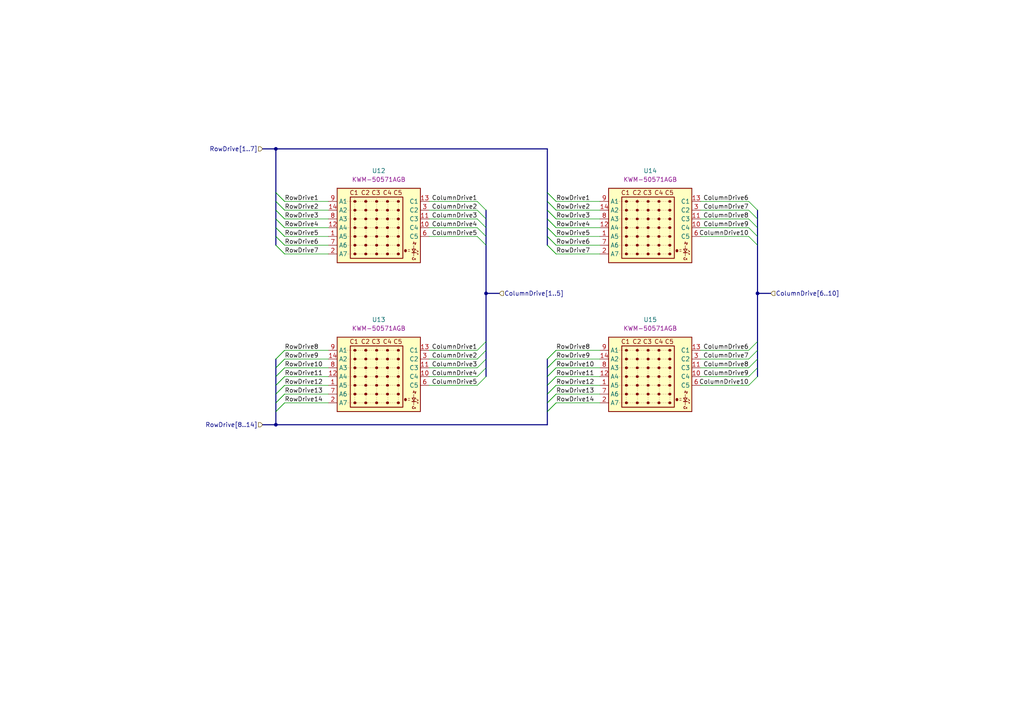
<source format=kicad_sch>
(kicad_sch (version 20231120) (generator "eeschema") (generator_version "8.0")
  (paper "A4")
  (title_block (title "LED Panel Board") (date "28.01.2025") (rev "1.0.0"))
  (lib_symbols
    (symbol "antmicroModules:LED_Matrix_KWM-50571AGB"
      (property "Reference" "U" (at 43.18 -2.54 0))
      (property "MPN" "KWM-50571AGB" (at 43.18 -5.08 0))
      (symbol "LED_Matrix_KWM-50571AGB_1_1"
        (polyline (pts (xy 5.08 0) (xy 20.32 0)) (stroke (width 0.127) (type dot)) (fill (type background)))
        (polyline (pts (xy 5.715 -15.24) (xy 20.32 -15.24)) (stroke (width 0.127) (type dot)) (fill (type background)))
        (polyline (pts (xy 5.715 -12.7) (xy 20.32 -12.7)) (stroke (width 0.127) (type dot)) (fill (type background)))
        (polyline (pts (xy 5.715 -10.16) (xy 20.32 -10.16)) (stroke (width 0.127) (type dot)) (fill (type background)))
        (polyline (pts (xy 5.715 -7.62) (xy 20.32 -7.62)) (stroke (width 0.127) (type dot)) (fill (type background)))
        (polyline (pts (xy 5.715 -5.08) (xy 20.32 -5.08)) (stroke (width 0.127) (type dot)) (fill (type background)))
        (polyline (pts (xy 5.715 -2.54) (xy 20.32 -2.54)) (stroke (width 0.127) (type dot)) (fill (type background)))
        (polyline (pts (xy 7.62 -15.24) (xy 7.62 1.778)) (stroke (width 0.127) (type dot)) (fill (type background)))
        (polyline (pts (xy 7.62 -15.24) (xy 21.59 -15.24)) (stroke (width 0.7493) (type dot)) (fill (type background)))
        (polyline (pts (xy 7.62 -12.7) (xy 21.59 -12.7)) (stroke (width 0.7493) (type dot)) (fill (type background)))
        (polyline (pts (xy 7.62 -10.16) (xy 21.59 -10.16)) (stroke (width 0.7493) (type dot)) (fill (type background)))
        (polyline (pts (xy 7.62 -7.62) (xy 21.59 -7.62)) (stroke (width 0.7493) (type dot)) (fill (type background)))
        (polyline (pts (xy 7.62 -5.08) (xy 21.59 -5.08)) (stroke (width 0.7493) (type dot)) (fill (type background)))
        (polyline (pts (xy 7.62 -2.54) (xy 21.59 -2.54)) (stroke (width 0.7493) (type dot)) (fill (type background)))
        (polyline (pts (xy 7.62 0) (xy 21.59 0)) (stroke (width 0.7493) (type dot)) (fill (type background)))
        (polyline (pts (xy 10.922 -15.494) (xy 10.922 1.016)) (stroke (width 0.127) (type dot)) (fill (type background)))
        (polyline (pts (xy 13.97 -15.24) (xy 13.97 1.27)) (stroke (width 0.127) (type dot)) (fill (type background)))
        (polyline (pts (xy 17.272 -15.24) (xy 17.272 1.27)) (stroke (width 0.127) (type dot)) (fill (type background)))
        (polyline (pts (xy 20.32 -15.24) (xy 20.32 1.27)) (stroke (width 0.127) (type dot)) (fill (type background)))
        (polyline (pts (xy 22.352 -14.224) (xy 22.352 -14.732)) (stroke (width 0.762) (type dot)) (fill (type background)))
        (polyline (pts (xy 23.114 -14.478) (xy 23.622 -14.478)) (stroke (width 0.127)) (fill (type background)))
        (polyline (pts (xy 23.114 -13.97) (xy 23.622 -13.97)) (stroke (width 0.127)) (fill (type background)))
        (polyline (pts (xy 24.765 -14.605) (xy 24.765 -15.875)) (stroke (width 0.127)) (fill (type background)))
        (polyline (pts (xy 24.765 -12.827) (xy 24.765 -13.843)) (stroke (width 0.127)) (fill (type background)))
        (polyline (pts (xy 25.273 -14.859) (xy 24.257 -14.859)) (stroke (width 0.254)) (fill (type background)))
        (polyline (pts (xy 25.273 -13.843) (xy 24.257 -13.843) (xy 24.765 -14.605) (xy 25.273 -13.843)) (stroke (width 0.2032)) (fill (type background)))
        (polyline (pts (xy 26.035 -15.367) (xy 25.781 -15.367) (xy 26.035 -15.367) (xy 26.035 -15.113) (xy 26.035 -15.367) (xy 25.527 -14.859)) (stroke (width 0.127)) (fill (type background)))
        (polyline (pts (xy 26.035 -14.605) (xy 25.781 -14.605) (xy 26.035 -14.605) (xy 26.035 -14.351) (xy 26.035 -14.605) (xy 25.527 -14.097)) (stroke (width 0.127)) (fill (type background)))
        (rectangle (start 2.54 3.81) (end 26.67 -17.78) (stroke (width 0.254)) (fill (type background)))
        (rectangle (start 6.35 1.27) (end 21.59 -16.51) (stroke (width 0.254)) (fill (type background)))
        (text "Ay" (at 24.384 -12.446 0) (effects (font (size 0.635 0.635)) (justify left bottom)))
        (text "C1" (at 6.096 1.778 0) (effects (font (size 1.27 1.27)) (justify left bottom)))
        (text "C2" (at 9.398 1.778 0) (effects (font (size 1.27 1.27)) (justify left bottom)))
        (text "C3" (at 12.446 1.778 0) (effects (font (size 1.27 1.27)) (justify left bottom)))
        (text "C4" (at 15.748 1.778 0) (effects (font (size 1.27 1.27)) (justify left bottom)))
        (text "C5" (at 18.796 1.778 0) (effects (font (size 1.27 1.27)) (justify left bottom)))
        (text "Cx" (at 24.13 -17.018 0) (effects (font (size 0.635 0.635)) (justify left bottom)))
        (pin passive line (at 0 -10.16 0) (length 2.54) (name "A5") (number "1"))
        (pin passive line (at 29.21 -7.62 180) (length 2.54) (name "C4") (number "10"))
        (pin passive line (at 29.21 -5.08 180) (length 2.54) (name "C3") (number "11"))
        (pin passive line (at 0 -7.62 0) (length 2.54) (name "A4") (number "12"))
        (pin passive line (at 29.21 0 180) (length 2.54) (name "C1") (number "13"))
        (pin passive line (at 0 -2.54 0) (length 2.54) (name "A2") (number "14"))
        (pin passive line (at 0 -15.24 0) (length 2.54) (name "A7") (number "2"))
        (pin passive line (at 29.21 -2.54 180) (length 2.54) (name "C2") (number "3"))
        (pin passive line (at 29.21 -5.08 180) (length 2.54) hide (name "C3") (number "4"))
        (pin passive line (at 0 -7.62 0) (length 2.54) hide (name "A4") (number "5"))
        (pin passive line (at 29.21 -10.16 180) (length 2.54) (name "C5") (number "6"))
        (pin passive line (at 0 -12.7 0) (length 2.54) (name "A6") (number "7"))
        (pin passive line (at 0 -5.08 0) (length 2.54) (name "A3") (number "8"))
        (pin passive line (at 0 0 0) (length 2.54) (name "A1") (number "9"))
      )
    )
  )
  (junction (at 80.01 123.19))
  (junction (at 140.97 85.09))
  (junction (at 80.01 43.18))
  (junction (at 219.71 85.09))
  (bus_entry (at 80.01 60.96) (size 2.54 2.54))
  (bus_entry (at 80.01 106.68) (size 2.54 -2.54))
  (bus_entry (at 80.01 116.84) (size 2.54 -2.54))
  (bus_entry (at 80.01 68.58) (size 2.54 2.54))
  (bus_entry (at 158.75 71.12) (size 2.54 2.54))
  (bus_entry (at 219.71 109.22) (size -2.54 2.54))
  (bus_entry (at 158.75 119.38) (size 2.54 -2.54))
  (bus_entry (at 80.01 71.12) (size 2.54 2.54))
  (bus_entry (at 80.01 104.14) (size 2.54 -2.54))
  (bus_entry (at 219.71 60.96) (size -2.54 -2.54))
  (bus_entry (at 219.71 63.5) (size -2.54 -2.54))
  (bus_entry (at 80.01 104.14) (size 2.54 -2.54))
  (bus_entry (at 219.71 99.06) (size -2.54 2.54))
  (bus_entry (at 140.97 109.22) (size -2.54 2.54))
  (bus_entry (at 80.01 119.38) (size 2.54 -2.54))
  (bus_entry (at 80.01 119.38) (size 2.54 -2.54))
  (bus_entry (at 140.97 66.04) (size -2.54 -2.54))
  (bus_entry (at 80.01 109.22) (size 2.54 -2.54))
  (bus_entry (at 80.01 106.68) (size 2.54 -2.54))
  (bus_entry (at 80.01 68.58) (size 2.54 2.54))
  (bus_entry (at 219.71 106.68) (size -2.54 2.54))
  (bus_entry (at 219.71 104.14) (size -2.54 2.54))
  (bus_entry (at 80.01 66.04) (size 2.54 2.54))
  (bus_entry (at 80.01 111.76) (size 2.54 -2.54))
  (bus_entry (at 158.75 116.84) (size 2.54 -2.54))
  (bus_entry (at 158.75 111.76) (size 2.54 -2.54))
  (bus_entry (at 158.75 55.88) (size 2.54 2.54))
  (bus_entry (at 158.75 106.68) (size 2.54 -2.54))
  (bus_entry (at 158.75 58.42) (size 2.54 2.54))
  (bus_entry (at 158.75 66.04) (size 2.54 2.54))
  (bus_entry (at 219.71 68.58) (size -2.54 -2.54))
  (bus_entry (at 158.75 71.12) (size 2.54 2.54))
  (bus_entry (at 80.01 66.04) (size 2.54 2.54))
  (bus_entry (at 80.01 60.96) (size 2.54 2.54))
  (bus_entry (at 140.97 63.5) (size -2.54 -2.54))
  (bus_entry (at 80.01 114.3) (size 2.54 -2.54))
  (bus_entry (at 80.01 63.5) (size 2.54 2.54))
  (bus_entry (at 158.75 116.84) (size 2.54 -2.54))
  (bus_entry (at 158.75 63.5) (size 2.54 2.54))
  (bus_entry (at 158.75 55.88) (size 2.54 2.54))
  (bus_entry (at 80.01 114.3) (size 2.54 -2.54))
  (bus_entry (at 158.75 104.14) (size 2.54 -2.54))
  (bus_entry (at 158.75 60.96) (size 2.54 2.54))
  (bus_entry (at 158.75 106.68) (size 2.54 -2.54))
  (bus_entry (at 80.01 58.42) (size 2.54 2.54))
  (bus_entry (at 158.75 68.58) (size 2.54 2.54))
  (bus_entry (at 140.97 99.06) (size -2.54 2.54))
  (bus_entry (at 80.01 63.5) (size 2.54 2.54))
  (bus_entry (at 219.71 101.6) (size -2.54 2.54))
  (bus_entry (at 80.01 111.76) (size 2.54 -2.54))
  (bus_entry (at 140.97 71.12) (size -2.54 -2.54))
  (bus_entry (at 158.75 63.5) (size 2.54 2.54))
  (bus_entry (at 158.75 111.76) (size 2.54 -2.54))
  (bus_entry (at 80.01 116.84) (size 2.54 -2.54))
  (bus_entry (at 80.01 71.12) (size 2.54 2.54))
  (bus_entry (at 158.75 114.3) (size 2.54 -2.54))
  (bus_entry (at 140.97 60.96) (size -2.54 -2.54))
  (bus_entry (at 80.01 55.88) (size 2.54 2.54))
  (bus_entry (at 158.75 109.22) (size 2.54 -2.54))
  (bus_entry (at 219.71 71.12) (size -2.54 -2.54))
  (bus_entry (at 158.75 109.22) (size 2.54 -2.54))
  (bus_entry (at 158.75 60.96) (size 2.54 2.54))
  (bus_entry (at 140.97 101.6) (size -2.54 2.54))
  (bus_entry (at 140.97 68.58) (size -2.54 -2.54))
  (bus_entry (at 158.75 114.3) (size 2.54 -2.54))
  (bus_entry (at 219.71 66.04) (size -2.54 -2.54))
  (bus_entry (at 80.01 109.22) (size 2.54 -2.54))
  (bus_entry (at 140.97 106.68) (size -2.54 2.54))
  (bus_entry (at 80.01 55.88) (size 2.54 2.54))
  (bus_entry (at 158.75 58.42) (size 2.54 2.54))
  (bus_entry (at 158.75 66.04) (size 2.54 2.54))
  (bus_entry (at 158.75 104.14) (size 2.54 -2.54))
  (bus_entry (at 140.97 104.14) (size -2.54 2.54))
  (bus_entry (at 158.75 119.38) (size 2.54 -2.54))
  (bus_entry (at 80.01 58.42) (size 2.54 2.54))
  (bus_entry (at 158.75 68.58) (size 2.54 2.54))
  (bus (pts (xy 158.75 109.22) (xy 158.75 106.68)))
  (wire (pts (xy 173.99 104.14) (xy 161.29 104.14)))
  (bus (pts (xy 140.97 106.68) (xy 140.97 109.22)))
  (wire (pts (xy 95.25 114.3) (xy 82.55 114.3)))
  (wire (pts (xy 95.25 66.04) (xy 82.55 66.04)))
  (wire (pts (xy 217.17 111.76) (xy 203.2 111.76)))
  (bus (pts (xy 80.01 123.19) (xy 158.75 123.19)))
  (wire (pts (xy 95.25 104.14) (xy 82.55 104.14)))
  (bus (pts (xy 219.71 71.12) (xy 219.71 68.58)))
  (wire (pts (xy 95.25 68.58) (xy 82.55 68.58)))
  (wire (pts (xy 173.99 114.3) (xy 161.29 114.3)))
  (bus (pts (xy 158.75 68.58) (xy 158.75 66.04)))
  (wire (pts (xy 138.43 111.76) (xy 124.46 111.76)))
  (bus (pts (xy 140.97 104.14) (xy 140.97 106.68)))
  (bus (pts (xy 219.71 68.58) (xy 219.71 66.04)))
  (wire (pts (xy 95.25 116.84) (xy 82.55 116.84)))
  (wire (pts (xy 138.43 63.5) (xy 124.46 63.5)))
  (wire (pts (xy 95.25 71.12) (xy 82.55 71.12)))
  (wire (pts (xy 217.17 109.22) (xy 203.2 109.22)))
  (wire (pts (xy 173.99 111.76) (xy 161.29 111.76)))
  (bus (pts (xy 80.01 106.68) (xy 80.01 104.14)))
  (wire (pts (xy 173.99 106.68) (xy 161.29 106.68)))
  (bus (pts (xy 80.01 58.42) (xy 80.01 60.96)))
  (bus (pts (xy 80.01 109.22) (xy 80.01 106.68)))
  (bus (pts (xy 76.2 43.18) (xy 80.01 43.18)))
  (bus (pts (xy 219.71 104.14) (xy 219.71 106.68)))
  (bus (pts (xy 140.97 71.12) (xy 140.97 85.09)))
  (bus (pts (xy 80.01 68.58) (xy 80.01 66.04)))
  (bus (pts (xy 80.01 114.3) (xy 80.01 111.76)))
  (bus (pts (xy 158.75 106.68) (xy 158.75 104.14)))
  (bus (pts (xy 80.01 116.84) (xy 80.01 114.3)))
  (wire (pts (xy 217.17 63.5) (xy 203.2 63.5)))
  (bus (pts (xy 219.71 101.6) (xy 219.71 104.14)))
  (bus (pts (xy 219.71 99.06) (xy 219.71 101.6)))
  (wire (pts (xy 217.17 101.6) (xy 203.2 101.6)))
  (wire (pts (xy 173.99 109.22) (xy 161.29 109.22)))
  (bus (pts (xy 158.75 114.3) (xy 158.75 111.76)))
  (bus (pts (xy 80.01 43.18) (xy 80.01 55.88)))
  (bus (pts (xy 140.97 68.58) (xy 140.97 66.04)))
  (bus (pts (xy 80.01 43.18) (xy 158.75 43.18)))
  (wire (pts (xy 173.99 116.84) (xy 161.29 116.84)))
  (bus (pts (xy 140.97 99.06) (xy 140.97 101.6)))
  (bus (pts (xy 80.01 66.04) (xy 80.01 63.5)))
  (bus (pts (xy 80.01 119.38) (xy 80.01 123.19)))
  (wire (pts (xy 173.99 71.12) (xy 161.29 71.12)))
  (bus (pts (xy 158.75 71.12) (xy 158.75 68.58)))
  (bus (pts (xy 158.75 43.18) (xy 158.75 55.88)))
  (bus (pts (xy 80.01 71.12) (xy 80.01 68.58)))
  (bus (pts (xy 219.71 85.09) (xy 223.52 85.09)))
  (wire (pts (xy 173.99 63.5) (xy 161.29 63.5)))
  (bus (pts (xy 158.75 119.38) (xy 158.75 123.19)))
  (wire (pts (xy 217.17 106.68) (xy 203.2 106.68)))
  (wire (pts (xy 217.17 104.14) (xy 203.2 104.14)))
  (wire (pts (xy 138.43 106.68) (xy 124.46 106.68)))
  (wire (pts (xy 95.25 73.66) (xy 82.55 73.66)))
  (wire (pts (xy 95.25 101.6) (xy 82.55 101.6)))
  (bus (pts (xy 158.75 116.84) (xy 158.75 114.3)))
  (wire (pts (xy 138.43 109.22) (xy 124.46 109.22)))
  (bus (pts (xy 158.75 58.42) (xy 158.75 60.96)))
  (wire (pts (xy 138.43 101.6) (xy 124.46 101.6)))
  (bus (pts (xy 140.97 63.5) (xy 140.97 60.96)))
  (bus (pts (xy 219.71 66.04) (xy 219.71 63.5)))
  (wire (pts (xy 217.17 60.96) (xy 203.2 60.96)))
  (wire (pts (xy 138.43 58.42) (xy 124.46 58.42)))
  (bus (pts (xy 158.75 66.04) (xy 158.75 63.5)))
  (wire (pts (xy 173.99 73.66) (xy 161.29 73.66)))
  (wire (pts (xy 173.99 101.6) (xy 161.29 101.6)))
  (bus (pts (xy 158.75 119.38) (xy 158.75 116.84)))
  (wire (pts (xy 95.25 106.68) (xy 82.55 106.68)))
  (wire (pts (xy 95.25 63.5) (xy 82.55 63.5)))
  (bus (pts (xy 219.71 85.09) (xy 219.71 99.06)))
  (bus (pts (xy 80.01 55.88) (xy 80.01 58.42)))
  (bus (pts (xy 140.97 85.09) (xy 144.78 85.09)))
  (wire (pts (xy 138.43 68.58) (xy 124.46 68.58)))
  (wire (pts (xy 217.17 58.42) (xy 203.2 58.42)))
  (wire (pts (xy 217.17 66.04) (xy 203.2 66.04)))
  (wire (pts (xy 173.99 58.42) (xy 161.29 58.42)))
  (wire (pts (xy 173.99 66.04) (xy 161.29 66.04)))
  (bus (pts (xy 140.97 71.12) (xy 140.97 68.58)))
  (wire (pts (xy 173.99 60.96) (xy 161.29 60.96)))
  (bus (pts (xy 80.01 111.76) (xy 80.01 109.22)))
  (bus (pts (xy 219.71 106.68) (xy 219.71 109.22)))
  (bus (pts (xy 158.75 111.76) (xy 158.75 109.22)))
  (bus (pts (xy 80.01 63.5) (xy 80.01 60.96)))
  (wire (pts (xy 95.25 60.96) (xy 82.55 60.96)))
  (bus (pts (xy 219.71 63.5) (xy 219.71 60.96)))
  (wire (pts (xy 95.25 58.42) (xy 82.55 58.42)))
  (wire (pts (xy 95.25 109.22) (xy 82.55 109.22)))
  (wire (pts (xy 173.99 68.58) (xy 161.29 68.58)))
  (bus (pts (xy 158.75 55.88) (xy 158.75 58.42)))
  (wire (pts (xy 217.17 68.58) (xy 203.2 68.58)))
  (bus (pts (xy 80.01 119.38) (xy 80.01 116.84)))
  (bus (pts (xy 140.97 85.09) (xy 140.97 99.06)))
  (bus (pts (xy 158.75 63.5) (xy 158.75 60.96)))
  (bus (pts (xy 219.71 71.12) (xy 219.71 85.09)))
  (bus (pts (xy 140.97 66.04) (xy 140.97 63.5)))
  (wire (pts (xy 138.43 60.96) (xy 124.46 60.96)))
  (wire (pts (xy 138.43 104.14) (xy 124.46 104.14)))
  (wire (pts (xy 95.25 111.76) (xy 82.55 111.76)))
  (bus (pts (xy 76.2 123.19) (xy 80.01 123.19)))
  (bus (pts (xy 140.97 101.6) (xy 140.97 104.14)))
  (wire (pts (xy 138.43 66.04) (xy 124.46 66.04)))
  (label "RowDrive10" (at 161.29 106.68 0))
  (label "RowDrive9" (at 82.55 104.14 0))
  (label "RowDrive2" (at 161.29 60.96 0))
  (label "RowDrive11" (at 82.55 109.22 0))
  (label "ColumnDrive9" (at 217.17 66.04 180))
  (label "RowDrive6" (at 82.55 71.12 0))
  (label "RowDrive3" (at 82.55 63.5 0))
  (label "RowDrive2" (at 82.55 60.96 0))
  (label "ColumnDrive3" (at 138.43 106.68 180))
  (label "ColumnDrive6" (at 217.17 58.42 180))
  (label "RowDrive14" (at 161.29 116.84 0))
  (label "RowDrive12" (at 82.55 111.76 0))
  (label "RowDrive13" (at 161.29 114.3 0))
  (label "RowDrive14" (at 82.55 116.84 0))
  (label "ColumnDrive4" (at 138.43 66.04 180))
  (label "RowDrive8" (at 82.55 101.6 0))
  (label "ColumnDrive5" (at 138.43 111.76 180))
  (label "ColumnDrive1" (at 138.43 58.42 180))
  (label "RowDrive8" (at 161.29 101.6 0))
  (label "RowDrive4" (at 82.55 66.04 0))
  (label "RowDrive7" (at 161.29 73.66 0))
  (label "ColumnDrive1" (at 138.43 101.6 180))
  (label "RowDrive6" (at 161.29 71.12 0))
  (label "ColumnDrive7" (at 217.17 60.96 180))
  (label "RowDrive13" (at 82.55 114.3 0))
  (label "RowDrive1" (at 82.55 58.42 0))
  (label "RowDrive9" (at 161.29 104.14 0))
  (label "ColumnDrive2" (at 138.43 104.14 180))
  (label "RowDrive5" (at 161.29 68.58 0))
  (label "RowDrive5" (at 82.55 68.58 0))
  (label "ColumnDrive5" (at 138.43 68.58 180))
  (label "ColumnDrive6" (at 217.17 101.6 180))
  (label "RowDrive4" (at 161.29 66.04 0))
  (label "ColumnDrive8" (at 217.17 63.5 180))
  (label "ColumnDrive10" (at 217.17 68.58 180))
  (label "ColumnDrive10" (at 217.17 111.76 180))
  (label "RowDrive11" (at 161.29 109.22 0))
  (label "RowDrive12" (at 161.29 111.76 0))
  (label "RowDrive10" (at 82.55 106.68 0))
  (label "ColumnDrive4" (at 138.43 109.22 180))
  (label "RowDrive7" (at 82.55 73.66 0))
  (label "ColumnDrive2" (at 138.43 60.96 180))
  (label "ColumnDrive9" (at 217.17 109.22 180))
  (label "ColumnDrive7" (at 217.17 104.14 180))
  (label "RowDrive3" (at 161.29 63.5 0))
  (label "RowDrive1" (at 161.29 58.42 0))
  (label "ColumnDrive8" (at 217.17 106.68 180))
  (label "ColumnDrive3" (at 138.43 63.5 180))
  (hierarchical_label "RowDrive[8..14]" (shape input) (at 76.2 123.19 180))
  (hierarchical_label "ColumnDrive[1..5]" (shape input) (at 144.78 85.09 0))
  (hierarchical_label "ColumnDrive[6..10]" (shape input) (at 223.52 85.09 0))
  (hierarchical_label "RowDrive[1..7]" (shape input) (at 76.2 43.18 180))
  (symbol (lib_id "antmicroModules:LED_Matrix_KWM-50571AGB") (at 173.99 101.6 0) (unit 1)
    (property "Reference" "U15" (at 188.595 92.71 0))
    (property "Value" "LED_Matrix_KWM-50571AGB" (effects (hide yes)))
    (property "Datasheet" "https://www.luckylight.cn/media/component/data-sheet/KWM-50571AGB.pdf" (effects (hide yes)))
    (property "Description" "7.62mm 5×7 Super Yellow Green Dot Matrix LED Display" (effects (hide yes)))
    (property "MPN" "KWM-50571AGB" (at 188.595 95.25 0))
    (property "Manufacturer" "Luckylight" (effects (hide yes)))
    (property "License" "Apache-2.0" (effects (hide yes)))
    (property "Author" "Antmicro" (effects (hide yes)))
  )
  (symbol (lib_id "antmicroModules:LED_Matrix_KWM-50571AGB") (at 173.99 58.42 0) (unit 1)
    (property "Reference" "U14" (at 188.595 49.53 0))
    (property "Value" "LED_Matrix_KWM-50571AGB" (effects (hide yes)))
    (property "Datasheet" "https://www.luckylight.cn/media/component/data-sheet/KWM-50571AGB.pdf" (effects (hide yes)))
    (property "Description" "7.62mm 5×7 Super Yellow Green Dot Matrix LED Display" (effects (hide yes)))
    (property "MPN" "KWM-50571AGB" (at 188.595 52.07 0))
    (property "Manufacturer" "Luckylight" (effects (hide yes)))
    (property "License" "Apache-2.0" (effects (hide yes)))
    (property "Author" "Antmicro" (effects (hide yes)))
  )
  (symbol (lib_id "antmicroModules:LED_Matrix_KWM-50571AGB") (at 95.25 58.42 0) (unit 1)
    (property "Reference" "U12" (at 109.855 49.53 0))
    (property "Value" "LED_Matrix_KWM-50571AGB" (effects (hide yes)))
    (property "Datasheet" "https://www.luckylight.cn/media/component/data-sheet/KWM-50571AGB.pdf" (effects (hide yes)))
    (property "Description" "7.62mm 5×7 Super Yellow Green Dot Matrix LED Display" (effects (hide yes)))
    (property "MPN" "KWM-50571AGB" (at 109.855 52.07 0))
    (property "Manufacturer" "Luckylight" (effects (hide yes)))
    (property "License" "Apache-2.0" (effects (hide yes)))
    (property "Author" "Antmicro" (effects (hide yes)))
  )
  (symbol (lib_id "antmicroModules:LED_Matrix_KWM-50571AGB") (at 95.25 101.6 0) (unit 1)
    (property "Reference" "U13" (at 109.855 92.71 0))
    (property "Value" "LED_Matrix_KWM-50571AGB" (effects (hide yes)))
    (property "Datasheet" "https://www.luckylight.cn/media/component/data-sheet/KWM-50571AGB.pdf" (effects (hide yes)))
    (property "Description" "7.62mm 5×7 Super Yellow Green Dot Matrix LED Display" (effects (hide yes)))
    (property "MPN" "KWM-50571AGB" (at 109.855 95.25 0))
    (property "Manufacturer" "Luckylight" (effects (hide yes)))
    (property "License" "Apache-2.0" (effects (hide yes)))
    (property "Author" "Antmicro" (effects (hide yes)))
  )
)
</source>
